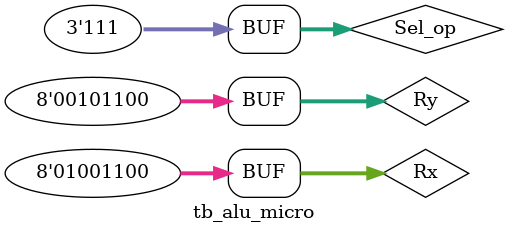
<source format=v>
`timescale 1ns / 1ps


module tb_alu_micro;
    reg [7:0] Rx;
    reg [7:0] Ry;
    reg [2:0] Sel_op;
    wire[7:0] R0;
    wire [2:0] Ban
    ;
    
    alu_micro uut
    (
       .Rx(Rx),    
       .Ry(Ry),    
       .Sel_op(Sel_op),
       .R0(R0),    
       .Ban(Ban)
     );
     
     initial
        begin
            Rx = 76;
            Ry = 44;
            Sel_op = 0;
        #4
            Rx = 76;
            Ry = 76;
            Sel_op = 1;
        #4
            Rx = 76;
            Ry = 80;
            Sel_op = 1;
        #6
            Rx = 76;
            Ry = 44;
            Sel_op = 3;
        #10
            Rx = 76;
            Ry = 44;
            Sel_op = 4;
        #4
            Rx = 76;
            Ry = 44;
            Sel_op = 5;
        #4
            Rx = 76;
            Ry = 44;
            Sel_op = 6;
        #4
            Rx = 76;
            Ry = 44;
            Sel_op = 7;
        end
        
endmodule

</source>
